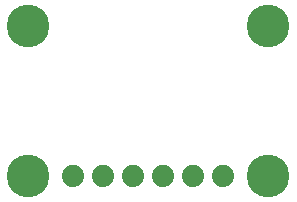
<source format=gbr>
G04 EAGLE Gerber RS-274X export*
G75*
%MOMM*%
%FSLAX34Y34*%
%LPD*%
%INSoldermask Bottom*%
%IPPOS*%
%AMOC8*
5,1,8,0,0,1.08239X$1,22.5*%
G01*
%ADD10C,1.879600*%
%ADD11C,3.617600*%


D10*
X63500Y25400D03*
X88900Y25400D03*
X114300Y25400D03*
X139700Y25400D03*
X165100Y25400D03*
X190500Y25400D03*
D11*
X25400Y152400D03*
X228600Y152400D03*
X25400Y25400D03*
X228600Y25400D03*
M02*

</source>
